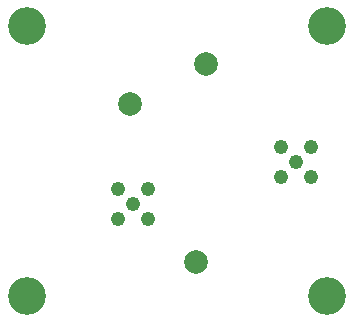
<source format=gbr>
G04 #@! TF.GenerationSoftware,KiCad,Pcbnew,(5.1.9-0-10_14)*
G04 #@! TF.CreationDate,2021-04-04T17:46:36+02:00*
G04 #@! TF.ProjectId,wson8,77736f6e-382e-46b6-9963-61645f706362,rev?*
G04 #@! TF.SameCoordinates,Original*
G04 #@! TF.FileFunction,Soldermask,Bot*
G04 #@! TF.FilePolarity,Negative*
%FSLAX46Y46*%
G04 Gerber Fmt 4.6, Leading zero omitted, Abs format (unit mm)*
G04 Created by KiCad (PCBNEW (5.1.9-0-10_14)) date 2021-04-04 17:46:36*
%MOMM*%
%LPD*%
G01*
G04 APERTURE LIST*
%ADD10C,1.240000*%
%ADD11C,2.000000*%
%ADD12C,3.200000*%
G04 APERTURE END LIST*
D10*
X116687600Y-106730800D03*
X119227600Y-104190800D03*
X119227600Y-106730800D03*
X116687600Y-104190800D03*
X117957600Y-105460800D03*
X102946200Y-110286800D03*
X105486200Y-107746800D03*
X105486200Y-110286800D03*
X102946200Y-107746800D03*
X104216200Y-109016800D03*
D11*
X109524800Y-113919000D03*
X103936800Y-100558600D03*
X110413800Y-97155000D03*
D12*
X95250000Y-116840000D03*
X120650000Y-116840000D03*
X120650000Y-93980000D03*
X95250000Y-93980000D03*
M02*

</source>
